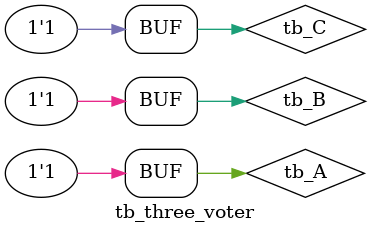
<source format=v>
`timescale 1ns/100ps //定义仿真时间单位和精度

module tb_three_voter; 
 
//激励信号定义，对应连接到待测试模块的输入端口，reg类型
      reg tb_A;
	   reg tb_B;
      reg tb_C;	
//待检测信号定义，对应连接到待测试模块的输出端口，wire类型
      wire tb_Y;
//例化待测试模块/调用模块
	three_voter U_three_voter( 
      /*input A,B,C;*/  
		.A(tb_A),
		.B(tb_B),
		.C(tb_C),
		
	 /*output Y;*/	
	   .Y(tb_Y) 
		                      );   
      
// 仿真系统初始化/产生激励
   initial begin	
		tb_A=0;
	   tb_B=0;
      tb_C=0;
		#100;
		tb_A=0;
	   tb_B=0;
      tb_C=1;
		#100;
		tb_A=0;
	   tb_B=1;
      tb_C=0;
		#100;
		tb_A=0;
	   tb_B=1;
      tb_C=1;
		#100;
		tb_A=1;
	   tb_B=0;
      tb_C=0;
		#100;
		tb_A=1;
	   tb_B=0;
      tb_C=1;
		#100;
		tb_A=1;
	   tb_B=1;
      tb_C=0;
		#100;
		tb_A=1;
	   tb_B=1;
      tb_C=1;
		#100;   
	end	
 endmodule
</source>
